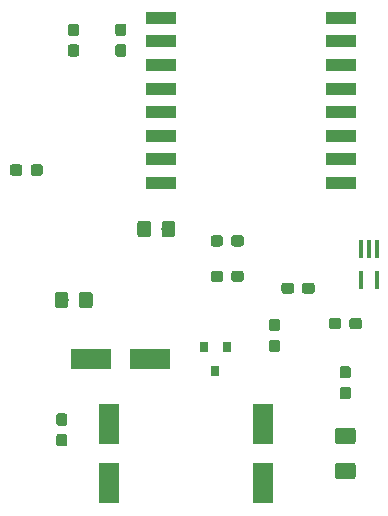
<source format=gbr>
G04 #@! TF.GenerationSoftware,KiCad,Pcbnew,(5.0.1)-4*
G04 #@! TF.CreationDate,2021-12-12T21:25:55+02:00*
G04 #@! TF.ProjectId,MagicLightsPCBNeo,4D616769634C69676874735043424E65,rev?*
G04 #@! TF.SameCoordinates,Original*
G04 #@! TF.FileFunction,Paste,Top*
G04 #@! TF.FilePolarity,Positive*
%FSLAX46Y46*%
G04 Gerber Fmt 4.6, Leading zero omitted, Abs format (unit mm)*
G04 Created by KiCad (PCBNEW (5.0.1)-4) date 2021-12-12 21:25:55*
%MOMM*%
%LPD*%
G01*
G04 APERTURE LIST*
%ADD10C,0.100000*%
%ADD11C,1.150000*%
%ADD12C,0.950000*%
%ADD13C,1.425000*%
%ADD14R,0.800000X0.900000*%
%ADD15R,0.400000X1.500000*%
%ADD16R,2.500000X1.000000*%
%ADD17R,1.800000X3.500000*%
%ADD18R,3.500000X1.800000*%
G04 APERTURE END LIST*
D10*
G04 #@! TO.C,C6*
G36*
X24374505Y-43301204D02*
X24398773Y-43304804D01*
X24422572Y-43310765D01*
X24445671Y-43319030D01*
X24467850Y-43329520D01*
X24488893Y-43342132D01*
X24508599Y-43356747D01*
X24526777Y-43373223D01*
X24543253Y-43391401D01*
X24557868Y-43411107D01*
X24570480Y-43432150D01*
X24580970Y-43454329D01*
X24589235Y-43477428D01*
X24595196Y-43501227D01*
X24598796Y-43525495D01*
X24600000Y-43549999D01*
X24600000Y-44450001D01*
X24598796Y-44474505D01*
X24595196Y-44498773D01*
X24589235Y-44522572D01*
X24580970Y-44545671D01*
X24570480Y-44567850D01*
X24557868Y-44588893D01*
X24543253Y-44608599D01*
X24526777Y-44626777D01*
X24508599Y-44643253D01*
X24488893Y-44657868D01*
X24467850Y-44670480D01*
X24445671Y-44680970D01*
X24422572Y-44689235D01*
X24398773Y-44695196D01*
X24374505Y-44698796D01*
X24350001Y-44700000D01*
X23699999Y-44700000D01*
X23675495Y-44698796D01*
X23651227Y-44695196D01*
X23627428Y-44689235D01*
X23604329Y-44680970D01*
X23582150Y-44670480D01*
X23561107Y-44657868D01*
X23541401Y-44643253D01*
X23523223Y-44626777D01*
X23506747Y-44608599D01*
X23492132Y-44588893D01*
X23479520Y-44567850D01*
X23469030Y-44545671D01*
X23460765Y-44522572D01*
X23454804Y-44498773D01*
X23451204Y-44474505D01*
X23450000Y-44450001D01*
X23450000Y-43549999D01*
X23451204Y-43525495D01*
X23454804Y-43501227D01*
X23460765Y-43477428D01*
X23469030Y-43454329D01*
X23479520Y-43432150D01*
X23492132Y-43411107D01*
X23506747Y-43391401D01*
X23523223Y-43373223D01*
X23541401Y-43356747D01*
X23561107Y-43342132D01*
X23582150Y-43329520D01*
X23604329Y-43319030D01*
X23627428Y-43310765D01*
X23651227Y-43304804D01*
X23675495Y-43301204D01*
X23699999Y-43300000D01*
X24350001Y-43300000D01*
X24374505Y-43301204D01*
X24374505Y-43301204D01*
G37*
D11*
X24025000Y-44000000D03*
D10*
G36*
X22324505Y-43301204D02*
X22348773Y-43304804D01*
X22372572Y-43310765D01*
X22395671Y-43319030D01*
X22417850Y-43329520D01*
X22438893Y-43342132D01*
X22458599Y-43356747D01*
X22476777Y-43373223D01*
X22493253Y-43391401D01*
X22507868Y-43411107D01*
X22520480Y-43432150D01*
X22530970Y-43454329D01*
X22539235Y-43477428D01*
X22545196Y-43501227D01*
X22548796Y-43525495D01*
X22550000Y-43549999D01*
X22550000Y-44450001D01*
X22548796Y-44474505D01*
X22545196Y-44498773D01*
X22539235Y-44522572D01*
X22530970Y-44545671D01*
X22520480Y-44567850D01*
X22507868Y-44588893D01*
X22493253Y-44608599D01*
X22476777Y-44626777D01*
X22458599Y-44643253D01*
X22438893Y-44657868D01*
X22417850Y-44670480D01*
X22395671Y-44680970D01*
X22372572Y-44689235D01*
X22348773Y-44695196D01*
X22324505Y-44698796D01*
X22300001Y-44700000D01*
X21649999Y-44700000D01*
X21625495Y-44698796D01*
X21601227Y-44695196D01*
X21577428Y-44689235D01*
X21554329Y-44680970D01*
X21532150Y-44670480D01*
X21511107Y-44657868D01*
X21491401Y-44643253D01*
X21473223Y-44626777D01*
X21456747Y-44608599D01*
X21442132Y-44588893D01*
X21429520Y-44567850D01*
X21419030Y-44545671D01*
X21410765Y-44522572D01*
X21404804Y-44498773D01*
X21401204Y-44474505D01*
X21400000Y-44450001D01*
X21400000Y-43549999D01*
X21401204Y-43525495D01*
X21404804Y-43501227D01*
X21410765Y-43477428D01*
X21419030Y-43454329D01*
X21429520Y-43432150D01*
X21442132Y-43411107D01*
X21456747Y-43391401D01*
X21473223Y-43373223D01*
X21491401Y-43356747D01*
X21511107Y-43342132D01*
X21532150Y-43329520D01*
X21554329Y-43319030D01*
X21577428Y-43310765D01*
X21601227Y-43304804D01*
X21625495Y-43301204D01*
X21649999Y-43300000D01*
X22300001Y-43300000D01*
X22324505Y-43301204D01*
X22324505Y-43301204D01*
G37*
D11*
X21975000Y-44000000D03*
G04 #@! TD*
D10*
G04 #@! TO.C,R1*
G36*
X37185779Y-41526144D02*
X37208834Y-41529563D01*
X37231443Y-41535227D01*
X37253387Y-41543079D01*
X37274457Y-41553044D01*
X37294448Y-41565026D01*
X37313168Y-41578910D01*
X37330438Y-41594562D01*
X37346090Y-41611832D01*
X37359974Y-41630552D01*
X37371956Y-41650543D01*
X37381921Y-41671613D01*
X37389773Y-41693557D01*
X37395437Y-41716166D01*
X37398856Y-41739221D01*
X37400000Y-41762500D01*
X37400000Y-42237500D01*
X37398856Y-42260779D01*
X37395437Y-42283834D01*
X37389773Y-42306443D01*
X37381921Y-42328387D01*
X37371956Y-42349457D01*
X37359974Y-42369448D01*
X37346090Y-42388168D01*
X37330438Y-42405438D01*
X37313168Y-42421090D01*
X37294448Y-42434974D01*
X37274457Y-42446956D01*
X37253387Y-42456921D01*
X37231443Y-42464773D01*
X37208834Y-42470437D01*
X37185779Y-42473856D01*
X37162500Y-42475000D01*
X36587500Y-42475000D01*
X36564221Y-42473856D01*
X36541166Y-42470437D01*
X36518557Y-42464773D01*
X36496613Y-42456921D01*
X36475543Y-42446956D01*
X36455552Y-42434974D01*
X36436832Y-42421090D01*
X36419562Y-42405438D01*
X36403910Y-42388168D01*
X36390026Y-42369448D01*
X36378044Y-42349457D01*
X36368079Y-42328387D01*
X36360227Y-42306443D01*
X36354563Y-42283834D01*
X36351144Y-42260779D01*
X36350000Y-42237500D01*
X36350000Y-41762500D01*
X36351144Y-41739221D01*
X36354563Y-41716166D01*
X36360227Y-41693557D01*
X36368079Y-41671613D01*
X36378044Y-41650543D01*
X36390026Y-41630552D01*
X36403910Y-41611832D01*
X36419562Y-41594562D01*
X36436832Y-41578910D01*
X36455552Y-41565026D01*
X36475543Y-41553044D01*
X36496613Y-41543079D01*
X36518557Y-41535227D01*
X36541166Y-41529563D01*
X36564221Y-41526144D01*
X36587500Y-41525000D01*
X37162500Y-41525000D01*
X37185779Y-41526144D01*
X37185779Y-41526144D01*
G37*
D12*
X36875000Y-42000000D03*
D10*
G36*
X35435779Y-41526144D02*
X35458834Y-41529563D01*
X35481443Y-41535227D01*
X35503387Y-41543079D01*
X35524457Y-41553044D01*
X35544448Y-41565026D01*
X35563168Y-41578910D01*
X35580438Y-41594562D01*
X35596090Y-41611832D01*
X35609974Y-41630552D01*
X35621956Y-41650543D01*
X35631921Y-41671613D01*
X35639773Y-41693557D01*
X35645437Y-41716166D01*
X35648856Y-41739221D01*
X35650000Y-41762500D01*
X35650000Y-42237500D01*
X35648856Y-42260779D01*
X35645437Y-42283834D01*
X35639773Y-42306443D01*
X35631921Y-42328387D01*
X35621956Y-42349457D01*
X35609974Y-42369448D01*
X35596090Y-42388168D01*
X35580438Y-42405438D01*
X35563168Y-42421090D01*
X35544448Y-42434974D01*
X35524457Y-42446956D01*
X35503387Y-42456921D01*
X35481443Y-42464773D01*
X35458834Y-42470437D01*
X35435779Y-42473856D01*
X35412500Y-42475000D01*
X34837500Y-42475000D01*
X34814221Y-42473856D01*
X34791166Y-42470437D01*
X34768557Y-42464773D01*
X34746613Y-42456921D01*
X34725543Y-42446956D01*
X34705552Y-42434974D01*
X34686832Y-42421090D01*
X34669562Y-42405438D01*
X34653910Y-42388168D01*
X34640026Y-42369448D01*
X34628044Y-42349457D01*
X34618079Y-42328387D01*
X34610227Y-42306443D01*
X34604563Y-42283834D01*
X34601144Y-42260779D01*
X34600000Y-42237500D01*
X34600000Y-41762500D01*
X34601144Y-41739221D01*
X34604563Y-41716166D01*
X34610227Y-41693557D01*
X34618079Y-41671613D01*
X34628044Y-41650543D01*
X34640026Y-41630552D01*
X34653910Y-41611832D01*
X34669562Y-41594562D01*
X34686832Y-41578910D01*
X34705552Y-41565026D01*
X34725543Y-41553044D01*
X34746613Y-41543079D01*
X34768557Y-41535227D01*
X34791166Y-41529563D01*
X34814221Y-41526144D01*
X34837500Y-41525000D01*
X35412500Y-41525000D01*
X35435779Y-41526144D01*
X35435779Y-41526144D01*
G37*
D12*
X35125000Y-42000000D03*
G04 #@! TD*
D10*
G04 #@! TO.C,R4*
G36*
X35435779Y-38526144D02*
X35458834Y-38529563D01*
X35481443Y-38535227D01*
X35503387Y-38543079D01*
X35524457Y-38553044D01*
X35544448Y-38565026D01*
X35563168Y-38578910D01*
X35580438Y-38594562D01*
X35596090Y-38611832D01*
X35609974Y-38630552D01*
X35621956Y-38650543D01*
X35631921Y-38671613D01*
X35639773Y-38693557D01*
X35645437Y-38716166D01*
X35648856Y-38739221D01*
X35650000Y-38762500D01*
X35650000Y-39237500D01*
X35648856Y-39260779D01*
X35645437Y-39283834D01*
X35639773Y-39306443D01*
X35631921Y-39328387D01*
X35621956Y-39349457D01*
X35609974Y-39369448D01*
X35596090Y-39388168D01*
X35580438Y-39405438D01*
X35563168Y-39421090D01*
X35544448Y-39434974D01*
X35524457Y-39446956D01*
X35503387Y-39456921D01*
X35481443Y-39464773D01*
X35458834Y-39470437D01*
X35435779Y-39473856D01*
X35412500Y-39475000D01*
X34837500Y-39475000D01*
X34814221Y-39473856D01*
X34791166Y-39470437D01*
X34768557Y-39464773D01*
X34746613Y-39456921D01*
X34725543Y-39446956D01*
X34705552Y-39434974D01*
X34686832Y-39421090D01*
X34669562Y-39405438D01*
X34653910Y-39388168D01*
X34640026Y-39369448D01*
X34628044Y-39349457D01*
X34618079Y-39328387D01*
X34610227Y-39306443D01*
X34604563Y-39283834D01*
X34601144Y-39260779D01*
X34600000Y-39237500D01*
X34600000Y-38762500D01*
X34601144Y-38739221D01*
X34604563Y-38716166D01*
X34610227Y-38693557D01*
X34618079Y-38671613D01*
X34628044Y-38650543D01*
X34640026Y-38630552D01*
X34653910Y-38611832D01*
X34669562Y-38594562D01*
X34686832Y-38578910D01*
X34705552Y-38565026D01*
X34725543Y-38553044D01*
X34746613Y-38543079D01*
X34768557Y-38535227D01*
X34791166Y-38529563D01*
X34814221Y-38526144D01*
X34837500Y-38525000D01*
X35412500Y-38525000D01*
X35435779Y-38526144D01*
X35435779Y-38526144D01*
G37*
D12*
X35125000Y-39000000D03*
D10*
G36*
X37185779Y-38526144D02*
X37208834Y-38529563D01*
X37231443Y-38535227D01*
X37253387Y-38543079D01*
X37274457Y-38553044D01*
X37294448Y-38565026D01*
X37313168Y-38578910D01*
X37330438Y-38594562D01*
X37346090Y-38611832D01*
X37359974Y-38630552D01*
X37371956Y-38650543D01*
X37381921Y-38671613D01*
X37389773Y-38693557D01*
X37395437Y-38716166D01*
X37398856Y-38739221D01*
X37400000Y-38762500D01*
X37400000Y-39237500D01*
X37398856Y-39260779D01*
X37395437Y-39283834D01*
X37389773Y-39306443D01*
X37381921Y-39328387D01*
X37371956Y-39349457D01*
X37359974Y-39369448D01*
X37346090Y-39388168D01*
X37330438Y-39405438D01*
X37313168Y-39421090D01*
X37294448Y-39434974D01*
X37274457Y-39446956D01*
X37253387Y-39456921D01*
X37231443Y-39464773D01*
X37208834Y-39470437D01*
X37185779Y-39473856D01*
X37162500Y-39475000D01*
X36587500Y-39475000D01*
X36564221Y-39473856D01*
X36541166Y-39470437D01*
X36518557Y-39464773D01*
X36496613Y-39456921D01*
X36475543Y-39446956D01*
X36455552Y-39434974D01*
X36436832Y-39421090D01*
X36419562Y-39405438D01*
X36403910Y-39388168D01*
X36390026Y-39369448D01*
X36378044Y-39349457D01*
X36368079Y-39328387D01*
X36360227Y-39306443D01*
X36354563Y-39283834D01*
X36351144Y-39260779D01*
X36350000Y-39237500D01*
X36350000Y-38762500D01*
X36351144Y-38739221D01*
X36354563Y-38716166D01*
X36360227Y-38693557D01*
X36368079Y-38671613D01*
X36378044Y-38650543D01*
X36390026Y-38630552D01*
X36403910Y-38611832D01*
X36419562Y-38594562D01*
X36436832Y-38578910D01*
X36455552Y-38565026D01*
X36475543Y-38553044D01*
X36496613Y-38543079D01*
X36518557Y-38535227D01*
X36541166Y-38529563D01*
X36564221Y-38526144D01*
X36587500Y-38525000D01*
X37162500Y-38525000D01*
X37185779Y-38526144D01*
X37185779Y-38526144D01*
G37*
D12*
X36875000Y-39000000D03*
G04 #@! TD*
D10*
G04 #@! TO.C,C1*
G36*
X46649504Y-54801204D02*
X46673773Y-54804804D01*
X46697571Y-54810765D01*
X46720671Y-54819030D01*
X46742849Y-54829520D01*
X46763893Y-54842133D01*
X46783598Y-54856747D01*
X46801777Y-54873223D01*
X46818253Y-54891402D01*
X46832867Y-54911107D01*
X46845480Y-54932151D01*
X46855970Y-54954329D01*
X46864235Y-54977429D01*
X46870196Y-55001227D01*
X46873796Y-55025496D01*
X46875000Y-55050000D01*
X46875000Y-55975000D01*
X46873796Y-55999504D01*
X46870196Y-56023773D01*
X46864235Y-56047571D01*
X46855970Y-56070671D01*
X46845480Y-56092849D01*
X46832867Y-56113893D01*
X46818253Y-56133598D01*
X46801777Y-56151777D01*
X46783598Y-56168253D01*
X46763893Y-56182867D01*
X46742849Y-56195480D01*
X46720671Y-56205970D01*
X46697571Y-56214235D01*
X46673773Y-56220196D01*
X46649504Y-56223796D01*
X46625000Y-56225000D01*
X45375000Y-56225000D01*
X45350496Y-56223796D01*
X45326227Y-56220196D01*
X45302429Y-56214235D01*
X45279329Y-56205970D01*
X45257151Y-56195480D01*
X45236107Y-56182867D01*
X45216402Y-56168253D01*
X45198223Y-56151777D01*
X45181747Y-56133598D01*
X45167133Y-56113893D01*
X45154520Y-56092849D01*
X45144030Y-56070671D01*
X45135765Y-56047571D01*
X45129804Y-56023773D01*
X45126204Y-55999504D01*
X45125000Y-55975000D01*
X45125000Y-55050000D01*
X45126204Y-55025496D01*
X45129804Y-55001227D01*
X45135765Y-54977429D01*
X45144030Y-54954329D01*
X45154520Y-54932151D01*
X45167133Y-54911107D01*
X45181747Y-54891402D01*
X45198223Y-54873223D01*
X45216402Y-54856747D01*
X45236107Y-54842133D01*
X45257151Y-54829520D01*
X45279329Y-54819030D01*
X45302429Y-54810765D01*
X45326227Y-54804804D01*
X45350496Y-54801204D01*
X45375000Y-54800000D01*
X46625000Y-54800000D01*
X46649504Y-54801204D01*
X46649504Y-54801204D01*
G37*
D13*
X46000000Y-55512500D03*
D10*
G36*
X46649504Y-57776204D02*
X46673773Y-57779804D01*
X46697571Y-57785765D01*
X46720671Y-57794030D01*
X46742849Y-57804520D01*
X46763893Y-57817133D01*
X46783598Y-57831747D01*
X46801777Y-57848223D01*
X46818253Y-57866402D01*
X46832867Y-57886107D01*
X46845480Y-57907151D01*
X46855970Y-57929329D01*
X46864235Y-57952429D01*
X46870196Y-57976227D01*
X46873796Y-58000496D01*
X46875000Y-58025000D01*
X46875000Y-58950000D01*
X46873796Y-58974504D01*
X46870196Y-58998773D01*
X46864235Y-59022571D01*
X46855970Y-59045671D01*
X46845480Y-59067849D01*
X46832867Y-59088893D01*
X46818253Y-59108598D01*
X46801777Y-59126777D01*
X46783598Y-59143253D01*
X46763893Y-59157867D01*
X46742849Y-59170480D01*
X46720671Y-59180970D01*
X46697571Y-59189235D01*
X46673773Y-59195196D01*
X46649504Y-59198796D01*
X46625000Y-59200000D01*
X45375000Y-59200000D01*
X45350496Y-59198796D01*
X45326227Y-59195196D01*
X45302429Y-59189235D01*
X45279329Y-59180970D01*
X45257151Y-59170480D01*
X45236107Y-59157867D01*
X45216402Y-59143253D01*
X45198223Y-59126777D01*
X45181747Y-59108598D01*
X45167133Y-59088893D01*
X45154520Y-59067849D01*
X45144030Y-59045671D01*
X45135765Y-59022571D01*
X45129804Y-58998773D01*
X45126204Y-58974504D01*
X45125000Y-58950000D01*
X45125000Y-58025000D01*
X45126204Y-58000496D01*
X45129804Y-57976227D01*
X45135765Y-57952429D01*
X45144030Y-57929329D01*
X45154520Y-57907151D01*
X45167133Y-57886107D01*
X45181747Y-57866402D01*
X45198223Y-57848223D01*
X45216402Y-57831747D01*
X45236107Y-57817133D01*
X45257151Y-57804520D01*
X45279329Y-57794030D01*
X45302429Y-57785765D01*
X45326227Y-57779804D01*
X45350496Y-57776204D01*
X45375000Y-57775000D01*
X46625000Y-57775000D01*
X46649504Y-57776204D01*
X46649504Y-57776204D01*
G37*
D13*
X46000000Y-58487500D03*
G04 #@! TD*
D10*
G04 #@! TO.C,C3*
G36*
X29324505Y-37301204D02*
X29348773Y-37304804D01*
X29372572Y-37310765D01*
X29395671Y-37319030D01*
X29417850Y-37329520D01*
X29438893Y-37342132D01*
X29458599Y-37356747D01*
X29476777Y-37373223D01*
X29493253Y-37391401D01*
X29507868Y-37411107D01*
X29520480Y-37432150D01*
X29530970Y-37454329D01*
X29539235Y-37477428D01*
X29545196Y-37501227D01*
X29548796Y-37525495D01*
X29550000Y-37549999D01*
X29550000Y-38450001D01*
X29548796Y-38474505D01*
X29545196Y-38498773D01*
X29539235Y-38522572D01*
X29530970Y-38545671D01*
X29520480Y-38567850D01*
X29507868Y-38588893D01*
X29493253Y-38608599D01*
X29476777Y-38626777D01*
X29458599Y-38643253D01*
X29438893Y-38657868D01*
X29417850Y-38670480D01*
X29395671Y-38680970D01*
X29372572Y-38689235D01*
X29348773Y-38695196D01*
X29324505Y-38698796D01*
X29300001Y-38700000D01*
X28649999Y-38700000D01*
X28625495Y-38698796D01*
X28601227Y-38695196D01*
X28577428Y-38689235D01*
X28554329Y-38680970D01*
X28532150Y-38670480D01*
X28511107Y-38657868D01*
X28491401Y-38643253D01*
X28473223Y-38626777D01*
X28456747Y-38608599D01*
X28442132Y-38588893D01*
X28429520Y-38567850D01*
X28419030Y-38545671D01*
X28410765Y-38522572D01*
X28404804Y-38498773D01*
X28401204Y-38474505D01*
X28400000Y-38450001D01*
X28400000Y-37549999D01*
X28401204Y-37525495D01*
X28404804Y-37501227D01*
X28410765Y-37477428D01*
X28419030Y-37454329D01*
X28429520Y-37432150D01*
X28442132Y-37411107D01*
X28456747Y-37391401D01*
X28473223Y-37373223D01*
X28491401Y-37356747D01*
X28511107Y-37342132D01*
X28532150Y-37329520D01*
X28554329Y-37319030D01*
X28577428Y-37310765D01*
X28601227Y-37304804D01*
X28625495Y-37301204D01*
X28649999Y-37300000D01*
X29300001Y-37300000D01*
X29324505Y-37301204D01*
X29324505Y-37301204D01*
G37*
D11*
X28975000Y-38000000D03*
D10*
G36*
X31374505Y-37301204D02*
X31398773Y-37304804D01*
X31422572Y-37310765D01*
X31445671Y-37319030D01*
X31467850Y-37329520D01*
X31488893Y-37342132D01*
X31508599Y-37356747D01*
X31526777Y-37373223D01*
X31543253Y-37391401D01*
X31557868Y-37411107D01*
X31570480Y-37432150D01*
X31580970Y-37454329D01*
X31589235Y-37477428D01*
X31595196Y-37501227D01*
X31598796Y-37525495D01*
X31600000Y-37549999D01*
X31600000Y-38450001D01*
X31598796Y-38474505D01*
X31595196Y-38498773D01*
X31589235Y-38522572D01*
X31580970Y-38545671D01*
X31570480Y-38567850D01*
X31557868Y-38588893D01*
X31543253Y-38608599D01*
X31526777Y-38626777D01*
X31508599Y-38643253D01*
X31488893Y-38657868D01*
X31467850Y-38670480D01*
X31445671Y-38680970D01*
X31422572Y-38689235D01*
X31398773Y-38695196D01*
X31374505Y-38698796D01*
X31350001Y-38700000D01*
X30699999Y-38700000D01*
X30675495Y-38698796D01*
X30651227Y-38695196D01*
X30627428Y-38689235D01*
X30604329Y-38680970D01*
X30582150Y-38670480D01*
X30561107Y-38657868D01*
X30541401Y-38643253D01*
X30523223Y-38626777D01*
X30506747Y-38608599D01*
X30492132Y-38588893D01*
X30479520Y-38567850D01*
X30469030Y-38545671D01*
X30460765Y-38522572D01*
X30454804Y-38498773D01*
X30451204Y-38474505D01*
X30450000Y-38450001D01*
X30450000Y-37549999D01*
X30451204Y-37525495D01*
X30454804Y-37501227D01*
X30460765Y-37477428D01*
X30469030Y-37454329D01*
X30479520Y-37432150D01*
X30492132Y-37411107D01*
X30506747Y-37391401D01*
X30523223Y-37373223D01*
X30541401Y-37356747D01*
X30561107Y-37342132D01*
X30582150Y-37329520D01*
X30604329Y-37319030D01*
X30627428Y-37310765D01*
X30651227Y-37304804D01*
X30675495Y-37301204D01*
X30699999Y-37300000D01*
X31350001Y-37300000D01*
X31374505Y-37301204D01*
X31374505Y-37301204D01*
G37*
D11*
X31025000Y-38000000D03*
G04 #@! TD*
D14*
G04 #@! TO.C,Q2*
X35950000Y-48000000D03*
X34050000Y-48000000D03*
X35000000Y-50000000D03*
G04 #@! TD*
D10*
G04 #@! TO.C,R2*
G36*
X47185779Y-45526144D02*
X47208834Y-45529563D01*
X47231443Y-45535227D01*
X47253387Y-45543079D01*
X47274457Y-45553044D01*
X47294448Y-45565026D01*
X47313168Y-45578910D01*
X47330438Y-45594562D01*
X47346090Y-45611832D01*
X47359974Y-45630552D01*
X47371956Y-45650543D01*
X47381921Y-45671613D01*
X47389773Y-45693557D01*
X47395437Y-45716166D01*
X47398856Y-45739221D01*
X47400000Y-45762500D01*
X47400000Y-46237500D01*
X47398856Y-46260779D01*
X47395437Y-46283834D01*
X47389773Y-46306443D01*
X47381921Y-46328387D01*
X47371956Y-46349457D01*
X47359974Y-46369448D01*
X47346090Y-46388168D01*
X47330438Y-46405438D01*
X47313168Y-46421090D01*
X47294448Y-46434974D01*
X47274457Y-46446956D01*
X47253387Y-46456921D01*
X47231443Y-46464773D01*
X47208834Y-46470437D01*
X47185779Y-46473856D01*
X47162500Y-46475000D01*
X46587500Y-46475000D01*
X46564221Y-46473856D01*
X46541166Y-46470437D01*
X46518557Y-46464773D01*
X46496613Y-46456921D01*
X46475543Y-46446956D01*
X46455552Y-46434974D01*
X46436832Y-46421090D01*
X46419562Y-46405438D01*
X46403910Y-46388168D01*
X46390026Y-46369448D01*
X46378044Y-46349457D01*
X46368079Y-46328387D01*
X46360227Y-46306443D01*
X46354563Y-46283834D01*
X46351144Y-46260779D01*
X46350000Y-46237500D01*
X46350000Y-45762500D01*
X46351144Y-45739221D01*
X46354563Y-45716166D01*
X46360227Y-45693557D01*
X46368079Y-45671613D01*
X46378044Y-45650543D01*
X46390026Y-45630552D01*
X46403910Y-45611832D01*
X46419562Y-45594562D01*
X46436832Y-45578910D01*
X46455552Y-45565026D01*
X46475543Y-45553044D01*
X46496613Y-45543079D01*
X46518557Y-45535227D01*
X46541166Y-45529563D01*
X46564221Y-45526144D01*
X46587500Y-45525000D01*
X47162500Y-45525000D01*
X47185779Y-45526144D01*
X47185779Y-45526144D01*
G37*
D12*
X46875000Y-46000000D03*
D10*
G36*
X45435779Y-45526144D02*
X45458834Y-45529563D01*
X45481443Y-45535227D01*
X45503387Y-45543079D01*
X45524457Y-45553044D01*
X45544448Y-45565026D01*
X45563168Y-45578910D01*
X45580438Y-45594562D01*
X45596090Y-45611832D01*
X45609974Y-45630552D01*
X45621956Y-45650543D01*
X45631921Y-45671613D01*
X45639773Y-45693557D01*
X45645437Y-45716166D01*
X45648856Y-45739221D01*
X45650000Y-45762500D01*
X45650000Y-46237500D01*
X45648856Y-46260779D01*
X45645437Y-46283834D01*
X45639773Y-46306443D01*
X45631921Y-46328387D01*
X45621956Y-46349457D01*
X45609974Y-46369448D01*
X45596090Y-46388168D01*
X45580438Y-46405438D01*
X45563168Y-46421090D01*
X45544448Y-46434974D01*
X45524457Y-46446956D01*
X45503387Y-46456921D01*
X45481443Y-46464773D01*
X45458834Y-46470437D01*
X45435779Y-46473856D01*
X45412500Y-46475000D01*
X44837500Y-46475000D01*
X44814221Y-46473856D01*
X44791166Y-46470437D01*
X44768557Y-46464773D01*
X44746613Y-46456921D01*
X44725543Y-46446956D01*
X44705552Y-46434974D01*
X44686832Y-46421090D01*
X44669562Y-46405438D01*
X44653910Y-46388168D01*
X44640026Y-46369448D01*
X44628044Y-46349457D01*
X44618079Y-46328387D01*
X44610227Y-46306443D01*
X44604563Y-46283834D01*
X44601144Y-46260779D01*
X44600000Y-46237500D01*
X44600000Y-45762500D01*
X44601144Y-45739221D01*
X44604563Y-45716166D01*
X44610227Y-45693557D01*
X44618079Y-45671613D01*
X44628044Y-45650543D01*
X44640026Y-45630552D01*
X44653910Y-45611832D01*
X44669562Y-45594562D01*
X44686832Y-45578910D01*
X44705552Y-45565026D01*
X44725543Y-45553044D01*
X44746613Y-45543079D01*
X44768557Y-45535227D01*
X44791166Y-45529563D01*
X44814221Y-45526144D01*
X44837500Y-45525000D01*
X45412500Y-45525000D01*
X45435779Y-45526144D01*
X45435779Y-45526144D01*
G37*
D12*
X45125000Y-46000000D03*
G04 #@! TD*
D10*
G04 #@! TO.C,R3*
G36*
X27260779Y-22351144D02*
X27283834Y-22354563D01*
X27306443Y-22360227D01*
X27328387Y-22368079D01*
X27349457Y-22378044D01*
X27369448Y-22390026D01*
X27388168Y-22403910D01*
X27405438Y-22419562D01*
X27421090Y-22436832D01*
X27434974Y-22455552D01*
X27446956Y-22475543D01*
X27456921Y-22496613D01*
X27464773Y-22518557D01*
X27470437Y-22541166D01*
X27473856Y-22564221D01*
X27475000Y-22587500D01*
X27475000Y-23162500D01*
X27473856Y-23185779D01*
X27470437Y-23208834D01*
X27464773Y-23231443D01*
X27456921Y-23253387D01*
X27446956Y-23274457D01*
X27434974Y-23294448D01*
X27421090Y-23313168D01*
X27405438Y-23330438D01*
X27388168Y-23346090D01*
X27369448Y-23359974D01*
X27349457Y-23371956D01*
X27328387Y-23381921D01*
X27306443Y-23389773D01*
X27283834Y-23395437D01*
X27260779Y-23398856D01*
X27237500Y-23400000D01*
X26762500Y-23400000D01*
X26739221Y-23398856D01*
X26716166Y-23395437D01*
X26693557Y-23389773D01*
X26671613Y-23381921D01*
X26650543Y-23371956D01*
X26630552Y-23359974D01*
X26611832Y-23346090D01*
X26594562Y-23330438D01*
X26578910Y-23313168D01*
X26565026Y-23294448D01*
X26553044Y-23274457D01*
X26543079Y-23253387D01*
X26535227Y-23231443D01*
X26529563Y-23208834D01*
X26526144Y-23185779D01*
X26525000Y-23162500D01*
X26525000Y-22587500D01*
X26526144Y-22564221D01*
X26529563Y-22541166D01*
X26535227Y-22518557D01*
X26543079Y-22496613D01*
X26553044Y-22475543D01*
X26565026Y-22455552D01*
X26578910Y-22436832D01*
X26594562Y-22419562D01*
X26611832Y-22403910D01*
X26630552Y-22390026D01*
X26650543Y-22378044D01*
X26671613Y-22368079D01*
X26693557Y-22360227D01*
X26716166Y-22354563D01*
X26739221Y-22351144D01*
X26762500Y-22350000D01*
X27237500Y-22350000D01*
X27260779Y-22351144D01*
X27260779Y-22351144D01*
G37*
D12*
X27000000Y-22875000D03*
D10*
G36*
X27260779Y-20601144D02*
X27283834Y-20604563D01*
X27306443Y-20610227D01*
X27328387Y-20618079D01*
X27349457Y-20628044D01*
X27369448Y-20640026D01*
X27388168Y-20653910D01*
X27405438Y-20669562D01*
X27421090Y-20686832D01*
X27434974Y-20705552D01*
X27446956Y-20725543D01*
X27456921Y-20746613D01*
X27464773Y-20768557D01*
X27470437Y-20791166D01*
X27473856Y-20814221D01*
X27475000Y-20837500D01*
X27475000Y-21412500D01*
X27473856Y-21435779D01*
X27470437Y-21458834D01*
X27464773Y-21481443D01*
X27456921Y-21503387D01*
X27446956Y-21524457D01*
X27434974Y-21544448D01*
X27421090Y-21563168D01*
X27405438Y-21580438D01*
X27388168Y-21596090D01*
X27369448Y-21609974D01*
X27349457Y-21621956D01*
X27328387Y-21631921D01*
X27306443Y-21639773D01*
X27283834Y-21645437D01*
X27260779Y-21648856D01*
X27237500Y-21650000D01*
X26762500Y-21650000D01*
X26739221Y-21648856D01*
X26716166Y-21645437D01*
X26693557Y-21639773D01*
X26671613Y-21631921D01*
X26650543Y-21621956D01*
X26630552Y-21609974D01*
X26611832Y-21596090D01*
X26594562Y-21580438D01*
X26578910Y-21563168D01*
X26565026Y-21544448D01*
X26553044Y-21524457D01*
X26543079Y-21503387D01*
X26535227Y-21481443D01*
X26529563Y-21458834D01*
X26526144Y-21435779D01*
X26525000Y-21412500D01*
X26525000Y-20837500D01*
X26526144Y-20814221D01*
X26529563Y-20791166D01*
X26535227Y-20768557D01*
X26543079Y-20746613D01*
X26553044Y-20725543D01*
X26565026Y-20705552D01*
X26578910Y-20686832D01*
X26594562Y-20669562D01*
X26611832Y-20653910D01*
X26630552Y-20640026D01*
X26650543Y-20628044D01*
X26671613Y-20618079D01*
X26693557Y-20610227D01*
X26716166Y-20604563D01*
X26739221Y-20601144D01*
X26762500Y-20600000D01*
X27237500Y-20600000D01*
X27260779Y-20601144D01*
X27260779Y-20601144D01*
G37*
D12*
X27000000Y-21125000D03*
G04 #@! TD*
D10*
G04 #@! TO.C,R5*
G36*
X23260779Y-22351144D02*
X23283834Y-22354563D01*
X23306443Y-22360227D01*
X23328387Y-22368079D01*
X23349457Y-22378044D01*
X23369448Y-22390026D01*
X23388168Y-22403910D01*
X23405438Y-22419562D01*
X23421090Y-22436832D01*
X23434974Y-22455552D01*
X23446956Y-22475543D01*
X23456921Y-22496613D01*
X23464773Y-22518557D01*
X23470437Y-22541166D01*
X23473856Y-22564221D01*
X23475000Y-22587500D01*
X23475000Y-23162500D01*
X23473856Y-23185779D01*
X23470437Y-23208834D01*
X23464773Y-23231443D01*
X23456921Y-23253387D01*
X23446956Y-23274457D01*
X23434974Y-23294448D01*
X23421090Y-23313168D01*
X23405438Y-23330438D01*
X23388168Y-23346090D01*
X23369448Y-23359974D01*
X23349457Y-23371956D01*
X23328387Y-23381921D01*
X23306443Y-23389773D01*
X23283834Y-23395437D01*
X23260779Y-23398856D01*
X23237500Y-23400000D01*
X22762500Y-23400000D01*
X22739221Y-23398856D01*
X22716166Y-23395437D01*
X22693557Y-23389773D01*
X22671613Y-23381921D01*
X22650543Y-23371956D01*
X22630552Y-23359974D01*
X22611832Y-23346090D01*
X22594562Y-23330438D01*
X22578910Y-23313168D01*
X22565026Y-23294448D01*
X22553044Y-23274457D01*
X22543079Y-23253387D01*
X22535227Y-23231443D01*
X22529563Y-23208834D01*
X22526144Y-23185779D01*
X22525000Y-23162500D01*
X22525000Y-22587500D01*
X22526144Y-22564221D01*
X22529563Y-22541166D01*
X22535227Y-22518557D01*
X22543079Y-22496613D01*
X22553044Y-22475543D01*
X22565026Y-22455552D01*
X22578910Y-22436832D01*
X22594562Y-22419562D01*
X22611832Y-22403910D01*
X22630552Y-22390026D01*
X22650543Y-22378044D01*
X22671613Y-22368079D01*
X22693557Y-22360227D01*
X22716166Y-22354563D01*
X22739221Y-22351144D01*
X22762500Y-22350000D01*
X23237500Y-22350000D01*
X23260779Y-22351144D01*
X23260779Y-22351144D01*
G37*
D12*
X23000000Y-22875000D03*
D10*
G36*
X23260779Y-20601144D02*
X23283834Y-20604563D01*
X23306443Y-20610227D01*
X23328387Y-20618079D01*
X23349457Y-20628044D01*
X23369448Y-20640026D01*
X23388168Y-20653910D01*
X23405438Y-20669562D01*
X23421090Y-20686832D01*
X23434974Y-20705552D01*
X23446956Y-20725543D01*
X23456921Y-20746613D01*
X23464773Y-20768557D01*
X23470437Y-20791166D01*
X23473856Y-20814221D01*
X23475000Y-20837500D01*
X23475000Y-21412500D01*
X23473856Y-21435779D01*
X23470437Y-21458834D01*
X23464773Y-21481443D01*
X23456921Y-21503387D01*
X23446956Y-21524457D01*
X23434974Y-21544448D01*
X23421090Y-21563168D01*
X23405438Y-21580438D01*
X23388168Y-21596090D01*
X23369448Y-21609974D01*
X23349457Y-21621956D01*
X23328387Y-21631921D01*
X23306443Y-21639773D01*
X23283834Y-21645437D01*
X23260779Y-21648856D01*
X23237500Y-21650000D01*
X22762500Y-21650000D01*
X22739221Y-21648856D01*
X22716166Y-21645437D01*
X22693557Y-21639773D01*
X22671613Y-21631921D01*
X22650543Y-21621956D01*
X22630552Y-21609974D01*
X22611832Y-21596090D01*
X22594562Y-21580438D01*
X22578910Y-21563168D01*
X22565026Y-21544448D01*
X22553044Y-21524457D01*
X22543079Y-21503387D01*
X22535227Y-21481443D01*
X22529563Y-21458834D01*
X22526144Y-21435779D01*
X22525000Y-21412500D01*
X22525000Y-20837500D01*
X22526144Y-20814221D01*
X22529563Y-20791166D01*
X22535227Y-20768557D01*
X22543079Y-20746613D01*
X22553044Y-20725543D01*
X22565026Y-20705552D01*
X22578910Y-20686832D01*
X22594562Y-20669562D01*
X22611832Y-20653910D01*
X22630552Y-20640026D01*
X22650543Y-20628044D01*
X22671613Y-20618079D01*
X22693557Y-20610227D01*
X22716166Y-20604563D01*
X22739221Y-20601144D01*
X22762500Y-20600000D01*
X23237500Y-20600000D01*
X23260779Y-20601144D01*
X23260779Y-20601144D01*
G37*
D12*
X23000000Y-21125000D03*
G04 #@! TD*
D10*
G04 #@! TO.C,R6*
G36*
X22260779Y-53601144D02*
X22283834Y-53604563D01*
X22306443Y-53610227D01*
X22328387Y-53618079D01*
X22349457Y-53628044D01*
X22369448Y-53640026D01*
X22388168Y-53653910D01*
X22405438Y-53669562D01*
X22421090Y-53686832D01*
X22434974Y-53705552D01*
X22446956Y-53725543D01*
X22456921Y-53746613D01*
X22464773Y-53768557D01*
X22470437Y-53791166D01*
X22473856Y-53814221D01*
X22475000Y-53837500D01*
X22475000Y-54412500D01*
X22473856Y-54435779D01*
X22470437Y-54458834D01*
X22464773Y-54481443D01*
X22456921Y-54503387D01*
X22446956Y-54524457D01*
X22434974Y-54544448D01*
X22421090Y-54563168D01*
X22405438Y-54580438D01*
X22388168Y-54596090D01*
X22369448Y-54609974D01*
X22349457Y-54621956D01*
X22328387Y-54631921D01*
X22306443Y-54639773D01*
X22283834Y-54645437D01*
X22260779Y-54648856D01*
X22237500Y-54650000D01*
X21762500Y-54650000D01*
X21739221Y-54648856D01*
X21716166Y-54645437D01*
X21693557Y-54639773D01*
X21671613Y-54631921D01*
X21650543Y-54621956D01*
X21630552Y-54609974D01*
X21611832Y-54596090D01*
X21594562Y-54580438D01*
X21578910Y-54563168D01*
X21565026Y-54544448D01*
X21553044Y-54524457D01*
X21543079Y-54503387D01*
X21535227Y-54481443D01*
X21529563Y-54458834D01*
X21526144Y-54435779D01*
X21525000Y-54412500D01*
X21525000Y-53837500D01*
X21526144Y-53814221D01*
X21529563Y-53791166D01*
X21535227Y-53768557D01*
X21543079Y-53746613D01*
X21553044Y-53725543D01*
X21565026Y-53705552D01*
X21578910Y-53686832D01*
X21594562Y-53669562D01*
X21611832Y-53653910D01*
X21630552Y-53640026D01*
X21650543Y-53628044D01*
X21671613Y-53618079D01*
X21693557Y-53610227D01*
X21716166Y-53604563D01*
X21739221Y-53601144D01*
X21762500Y-53600000D01*
X22237500Y-53600000D01*
X22260779Y-53601144D01*
X22260779Y-53601144D01*
G37*
D12*
X22000000Y-54125000D03*
D10*
G36*
X22260779Y-55351144D02*
X22283834Y-55354563D01*
X22306443Y-55360227D01*
X22328387Y-55368079D01*
X22349457Y-55378044D01*
X22369448Y-55390026D01*
X22388168Y-55403910D01*
X22405438Y-55419562D01*
X22421090Y-55436832D01*
X22434974Y-55455552D01*
X22446956Y-55475543D01*
X22456921Y-55496613D01*
X22464773Y-55518557D01*
X22470437Y-55541166D01*
X22473856Y-55564221D01*
X22475000Y-55587500D01*
X22475000Y-56162500D01*
X22473856Y-56185779D01*
X22470437Y-56208834D01*
X22464773Y-56231443D01*
X22456921Y-56253387D01*
X22446956Y-56274457D01*
X22434974Y-56294448D01*
X22421090Y-56313168D01*
X22405438Y-56330438D01*
X22388168Y-56346090D01*
X22369448Y-56359974D01*
X22349457Y-56371956D01*
X22328387Y-56381921D01*
X22306443Y-56389773D01*
X22283834Y-56395437D01*
X22260779Y-56398856D01*
X22237500Y-56400000D01*
X21762500Y-56400000D01*
X21739221Y-56398856D01*
X21716166Y-56395437D01*
X21693557Y-56389773D01*
X21671613Y-56381921D01*
X21650543Y-56371956D01*
X21630552Y-56359974D01*
X21611832Y-56346090D01*
X21594562Y-56330438D01*
X21578910Y-56313168D01*
X21565026Y-56294448D01*
X21553044Y-56274457D01*
X21543079Y-56253387D01*
X21535227Y-56231443D01*
X21529563Y-56208834D01*
X21526144Y-56185779D01*
X21525000Y-56162500D01*
X21525000Y-55587500D01*
X21526144Y-55564221D01*
X21529563Y-55541166D01*
X21535227Y-55518557D01*
X21543079Y-55496613D01*
X21553044Y-55475543D01*
X21565026Y-55455552D01*
X21578910Y-55436832D01*
X21594562Y-55419562D01*
X21611832Y-55403910D01*
X21630552Y-55390026D01*
X21650543Y-55378044D01*
X21671613Y-55368079D01*
X21693557Y-55360227D01*
X21716166Y-55354563D01*
X21739221Y-55351144D01*
X21762500Y-55350000D01*
X22237500Y-55350000D01*
X22260779Y-55351144D01*
X22260779Y-55351144D01*
G37*
D12*
X22000000Y-55875000D03*
G04 #@! TD*
D10*
G04 #@! TO.C,R7*
G36*
X40260779Y-47351144D02*
X40283834Y-47354563D01*
X40306443Y-47360227D01*
X40328387Y-47368079D01*
X40349457Y-47378044D01*
X40369448Y-47390026D01*
X40388168Y-47403910D01*
X40405438Y-47419562D01*
X40421090Y-47436832D01*
X40434974Y-47455552D01*
X40446956Y-47475543D01*
X40456921Y-47496613D01*
X40464773Y-47518557D01*
X40470437Y-47541166D01*
X40473856Y-47564221D01*
X40475000Y-47587500D01*
X40475000Y-48162500D01*
X40473856Y-48185779D01*
X40470437Y-48208834D01*
X40464773Y-48231443D01*
X40456921Y-48253387D01*
X40446956Y-48274457D01*
X40434974Y-48294448D01*
X40421090Y-48313168D01*
X40405438Y-48330438D01*
X40388168Y-48346090D01*
X40369448Y-48359974D01*
X40349457Y-48371956D01*
X40328387Y-48381921D01*
X40306443Y-48389773D01*
X40283834Y-48395437D01*
X40260779Y-48398856D01*
X40237500Y-48400000D01*
X39762500Y-48400000D01*
X39739221Y-48398856D01*
X39716166Y-48395437D01*
X39693557Y-48389773D01*
X39671613Y-48381921D01*
X39650543Y-48371956D01*
X39630552Y-48359974D01*
X39611832Y-48346090D01*
X39594562Y-48330438D01*
X39578910Y-48313168D01*
X39565026Y-48294448D01*
X39553044Y-48274457D01*
X39543079Y-48253387D01*
X39535227Y-48231443D01*
X39529563Y-48208834D01*
X39526144Y-48185779D01*
X39525000Y-48162500D01*
X39525000Y-47587500D01*
X39526144Y-47564221D01*
X39529563Y-47541166D01*
X39535227Y-47518557D01*
X39543079Y-47496613D01*
X39553044Y-47475543D01*
X39565026Y-47455552D01*
X39578910Y-47436832D01*
X39594562Y-47419562D01*
X39611832Y-47403910D01*
X39630552Y-47390026D01*
X39650543Y-47378044D01*
X39671613Y-47368079D01*
X39693557Y-47360227D01*
X39716166Y-47354563D01*
X39739221Y-47351144D01*
X39762500Y-47350000D01*
X40237500Y-47350000D01*
X40260779Y-47351144D01*
X40260779Y-47351144D01*
G37*
D12*
X40000000Y-47875000D03*
D10*
G36*
X40260779Y-45601144D02*
X40283834Y-45604563D01*
X40306443Y-45610227D01*
X40328387Y-45618079D01*
X40349457Y-45628044D01*
X40369448Y-45640026D01*
X40388168Y-45653910D01*
X40405438Y-45669562D01*
X40421090Y-45686832D01*
X40434974Y-45705552D01*
X40446956Y-45725543D01*
X40456921Y-45746613D01*
X40464773Y-45768557D01*
X40470437Y-45791166D01*
X40473856Y-45814221D01*
X40475000Y-45837500D01*
X40475000Y-46412500D01*
X40473856Y-46435779D01*
X40470437Y-46458834D01*
X40464773Y-46481443D01*
X40456921Y-46503387D01*
X40446956Y-46524457D01*
X40434974Y-46544448D01*
X40421090Y-46563168D01*
X40405438Y-46580438D01*
X40388168Y-46596090D01*
X40369448Y-46609974D01*
X40349457Y-46621956D01*
X40328387Y-46631921D01*
X40306443Y-46639773D01*
X40283834Y-46645437D01*
X40260779Y-46648856D01*
X40237500Y-46650000D01*
X39762500Y-46650000D01*
X39739221Y-46648856D01*
X39716166Y-46645437D01*
X39693557Y-46639773D01*
X39671613Y-46631921D01*
X39650543Y-46621956D01*
X39630552Y-46609974D01*
X39611832Y-46596090D01*
X39594562Y-46580438D01*
X39578910Y-46563168D01*
X39565026Y-46544448D01*
X39553044Y-46524457D01*
X39543079Y-46503387D01*
X39535227Y-46481443D01*
X39529563Y-46458834D01*
X39526144Y-46435779D01*
X39525000Y-46412500D01*
X39525000Y-45837500D01*
X39526144Y-45814221D01*
X39529563Y-45791166D01*
X39535227Y-45768557D01*
X39543079Y-45746613D01*
X39553044Y-45725543D01*
X39565026Y-45705552D01*
X39578910Y-45686832D01*
X39594562Y-45669562D01*
X39611832Y-45653910D01*
X39630552Y-45640026D01*
X39650543Y-45628044D01*
X39671613Y-45618079D01*
X39693557Y-45610227D01*
X39716166Y-45604563D01*
X39739221Y-45601144D01*
X39762500Y-45600000D01*
X40237500Y-45600000D01*
X40260779Y-45601144D01*
X40260779Y-45601144D01*
G37*
D12*
X40000000Y-46125000D03*
G04 #@! TD*
D10*
G04 #@! TO.C,R8*
G36*
X41435779Y-42526144D02*
X41458834Y-42529563D01*
X41481443Y-42535227D01*
X41503387Y-42543079D01*
X41524457Y-42553044D01*
X41544448Y-42565026D01*
X41563168Y-42578910D01*
X41580438Y-42594562D01*
X41596090Y-42611832D01*
X41609974Y-42630552D01*
X41621956Y-42650543D01*
X41631921Y-42671613D01*
X41639773Y-42693557D01*
X41645437Y-42716166D01*
X41648856Y-42739221D01*
X41650000Y-42762500D01*
X41650000Y-43237500D01*
X41648856Y-43260779D01*
X41645437Y-43283834D01*
X41639773Y-43306443D01*
X41631921Y-43328387D01*
X41621956Y-43349457D01*
X41609974Y-43369448D01*
X41596090Y-43388168D01*
X41580438Y-43405438D01*
X41563168Y-43421090D01*
X41544448Y-43434974D01*
X41524457Y-43446956D01*
X41503387Y-43456921D01*
X41481443Y-43464773D01*
X41458834Y-43470437D01*
X41435779Y-43473856D01*
X41412500Y-43475000D01*
X40837500Y-43475000D01*
X40814221Y-43473856D01*
X40791166Y-43470437D01*
X40768557Y-43464773D01*
X40746613Y-43456921D01*
X40725543Y-43446956D01*
X40705552Y-43434974D01*
X40686832Y-43421090D01*
X40669562Y-43405438D01*
X40653910Y-43388168D01*
X40640026Y-43369448D01*
X40628044Y-43349457D01*
X40618079Y-43328387D01*
X40610227Y-43306443D01*
X40604563Y-43283834D01*
X40601144Y-43260779D01*
X40600000Y-43237500D01*
X40600000Y-42762500D01*
X40601144Y-42739221D01*
X40604563Y-42716166D01*
X40610227Y-42693557D01*
X40618079Y-42671613D01*
X40628044Y-42650543D01*
X40640026Y-42630552D01*
X40653910Y-42611832D01*
X40669562Y-42594562D01*
X40686832Y-42578910D01*
X40705552Y-42565026D01*
X40725543Y-42553044D01*
X40746613Y-42543079D01*
X40768557Y-42535227D01*
X40791166Y-42529563D01*
X40814221Y-42526144D01*
X40837500Y-42525000D01*
X41412500Y-42525000D01*
X41435779Y-42526144D01*
X41435779Y-42526144D01*
G37*
D12*
X41125000Y-43000000D03*
D10*
G36*
X43185779Y-42526144D02*
X43208834Y-42529563D01*
X43231443Y-42535227D01*
X43253387Y-42543079D01*
X43274457Y-42553044D01*
X43294448Y-42565026D01*
X43313168Y-42578910D01*
X43330438Y-42594562D01*
X43346090Y-42611832D01*
X43359974Y-42630552D01*
X43371956Y-42650543D01*
X43381921Y-42671613D01*
X43389773Y-42693557D01*
X43395437Y-42716166D01*
X43398856Y-42739221D01*
X43400000Y-42762500D01*
X43400000Y-43237500D01*
X43398856Y-43260779D01*
X43395437Y-43283834D01*
X43389773Y-43306443D01*
X43381921Y-43328387D01*
X43371956Y-43349457D01*
X43359974Y-43369448D01*
X43346090Y-43388168D01*
X43330438Y-43405438D01*
X43313168Y-43421090D01*
X43294448Y-43434974D01*
X43274457Y-43446956D01*
X43253387Y-43456921D01*
X43231443Y-43464773D01*
X43208834Y-43470437D01*
X43185779Y-43473856D01*
X43162500Y-43475000D01*
X42587500Y-43475000D01*
X42564221Y-43473856D01*
X42541166Y-43470437D01*
X42518557Y-43464773D01*
X42496613Y-43456921D01*
X42475543Y-43446956D01*
X42455552Y-43434974D01*
X42436832Y-43421090D01*
X42419562Y-43405438D01*
X42403910Y-43388168D01*
X42390026Y-43369448D01*
X42378044Y-43349457D01*
X42368079Y-43328387D01*
X42360227Y-43306443D01*
X42354563Y-43283834D01*
X42351144Y-43260779D01*
X42350000Y-43237500D01*
X42350000Y-42762500D01*
X42351144Y-42739221D01*
X42354563Y-42716166D01*
X42360227Y-42693557D01*
X42368079Y-42671613D01*
X42378044Y-42650543D01*
X42390026Y-42630552D01*
X42403910Y-42611832D01*
X42419562Y-42594562D01*
X42436832Y-42578910D01*
X42455552Y-42565026D01*
X42475543Y-42553044D01*
X42496613Y-42543079D01*
X42518557Y-42535227D01*
X42541166Y-42529563D01*
X42564221Y-42526144D01*
X42587500Y-42525000D01*
X43162500Y-42525000D01*
X43185779Y-42526144D01*
X43185779Y-42526144D01*
G37*
D12*
X42875000Y-43000000D03*
G04 #@! TD*
D10*
G04 #@! TO.C,RV1*
G36*
X46260779Y-51351144D02*
X46283834Y-51354563D01*
X46306443Y-51360227D01*
X46328387Y-51368079D01*
X46349457Y-51378044D01*
X46369448Y-51390026D01*
X46388168Y-51403910D01*
X46405438Y-51419562D01*
X46421090Y-51436832D01*
X46434974Y-51455552D01*
X46446956Y-51475543D01*
X46456921Y-51496613D01*
X46464773Y-51518557D01*
X46470437Y-51541166D01*
X46473856Y-51564221D01*
X46475000Y-51587500D01*
X46475000Y-52162500D01*
X46473856Y-52185779D01*
X46470437Y-52208834D01*
X46464773Y-52231443D01*
X46456921Y-52253387D01*
X46446956Y-52274457D01*
X46434974Y-52294448D01*
X46421090Y-52313168D01*
X46405438Y-52330438D01*
X46388168Y-52346090D01*
X46369448Y-52359974D01*
X46349457Y-52371956D01*
X46328387Y-52381921D01*
X46306443Y-52389773D01*
X46283834Y-52395437D01*
X46260779Y-52398856D01*
X46237500Y-52400000D01*
X45762500Y-52400000D01*
X45739221Y-52398856D01*
X45716166Y-52395437D01*
X45693557Y-52389773D01*
X45671613Y-52381921D01*
X45650543Y-52371956D01*
X45630552Y-52359974D01*
X45611832Y-52346090D01*
X45594562Y-52330438D01*
X45578910Y-52313168D01*
X45565026Y-52294448D01*
X45553044Y-52274457D01*
X45543079Y-52253387D01*
X45535227Y-52231443D01*
X45529563Y-52208834D01*
X45526144Y-52185779D01*
X45525000Y-52162500D01*
X45525000Y-51587500D01*
X45526144Y-51564221D01*
X45529563Y-51541166D01*
X45535227Y-51518557D01*
X45543079Y-51496613D01*
X45553044Y-51475543D01*
X45565026Y-51455552D01*
X45578910Y-51436832D01*
X45594562Y-51419562D01*
X45611832Y-51403910D01*
X45630552Y-51390026D01*
X45650543Y-51378044D01*
X45671613Y-51368079D01*
X45693557Y-51360227D01*
X45716166Y-51354563D01*
X45739221Y-51351144D01*
X45762500Y-51350000D01*
X46237500Y-51350000D01*
X46260779Y-51351144D01*
X46260779Y-51351144D01*
G37*
D12*
X46000000Y-51875000D03*
D10*
G36*
X46260779Y-49601144D02*
X46283834Y-49604563D01*
X46306443Y-49610227D01*
X46328387Y-49618079D01*
X46349457Y-49628044D01*
X46369448Y-49640026D01*
X46388168Y-49653910D01*
X46405438Y-49669562D01*
X46421090Y-49686832D01*
X46434974Y-49705552D01*
X46446956Y-49725543D01*
X46456921Y-49746613D01*
X46464773Y-49768557D01*
X46470437Y-49791166D01*
X46473856Y-49814221D01*
X46475000Y-49837500D01*
X46475000Y-50412500D01*
X46473856Y-50435779D01*
X46470437Y-50458834D01*
X46464773Y-50481443D01*
X46456921Y-50503387D01*
X46446956Y-50524457D01*
X46434974Y-50544448D01*
X46421090Y-50563168D01*
X46405438Y-50580438D01*
X46388168Y-50596090D01*
X46369448Y-50609974D01*
X46349457Y-50621956D01*
X46328387Y-50631921D01*
X46306443Y-50639773D01*
X46283834Y-50645437D01*
X46260779Y-50648856D01*
X46237500Y-50650000D01*
X45762500Y-50650000D01*
X45739221Y-50648856D01*
X45716166Y-50645437D01*
X45693557Y-50639773D01*
X45671613Y-50631921D01*
X45650543Y-50621956D01*
X45630552Y-50609974D01*
X45611832Y-50596090D01*
X45594562Y-50580438D01*
X45578910Y-50563168D01*
X45565026Y-50544448D01*
X45553044Y-50524457D01*
X45543079Y-50503387D01*
X45535227Y-50481443D01*
X45529563Y-50458834D01*
X45526144Y-50435779D01*
X45525000Y-50412500D01*
X45525000Y-49837500D01*
X45526144Y-49814221D01*
X45529563Y-49791166D01*
X45535227Y-49768557D01*
X45543079Y-49746613D01*
X45553044Y-49725543D01*
X45565026Y-49705552D01*
X45578910Y-49686832D01*
X45594562Y-49669562D01*
X45611832Y-49653910D01*
X45630552Y-49640026D01*
X45650543Y-49628044D01*
X45671613Y-49618079D01*
X45693557Y-49610227D01*
X45716166Y-49604563D01*
X45739221Y-49601144D01*
X45762500Y-49600000D01*
X46237500Y-49600000D01*
X46260779Y-49601144D01*
X46260779Y-49601144D01*
G37*
D12*
X46000000Y-50125000D03*
G04 #@! TD*
D15*
G04 #@! TO.C,U1*
X48650000Y-39670000D03*
X48000000Y-39670000D03*
X47350000Y-39670000D03*
X47350000Y-42330000D03*
X48650000Y-42330000D03*
G04 #@! TD*
D16*
G04 #@! TO.C,U2*
X45600000Y-20100000D03*
X45600000Y-22100000D03*
X45600000Y-24100000D03*
X45600000Y-26100000D03*
X45600000Y-28100000D03*
X45600000Y-30100000D03*
X45600000Y-32100000D03*
X45600000Y-34100000D03*
X30400000Y-34100000D03*
X30400000Y-32100000D03*
X30400000Y-30100000D03*
X30400000Y-28100000D03*
X30400000Y-26100000D03*
X30400000Y-24100000D03*
X30400000Y-22100000D03*
X30400000Y-20100000D03*
G04 #@! TD*
D10*
G04 #@! TO.C,C5*
G36*
X18435779Y-32526144D02*
X18458834Y-32529563D01*
X18481443Y-32535227D01*
X18503387Y-32543079D01*
X18524457Y-32553044D01*
X18544448Y-32565026D01*
X18563168Y-32578910D01*
X18580438Y-32594562D01*
X18596090Y-32611832D01*
X18609974Y-32630552D01*
X18621956Y-32650543D01*
X18631921Y-32671613D01*
X18639773Y-32693557D01*
X18645437Y-32716166D01*
X18648856Y-32739221D01*
X18650000Y-32762500D01*
X18650000Y-33237500D01*
X18648856Y-33260779D01*
X18645437Y-33283834D01*
X18639773Y-33306443D01*
X18631921Y-33328387D01*
X18621956Y-33349457D01*
X18609974Y-33369448D01*
X18596090Y-33388168D01*
X18580438Y-33405438D01*
X18563168Y-33421090D01*
X18544448Y-33434974D01*
X18524457Y-33446956D01*
X18503387Y-33456921D01*
X18481443Y-33464773D01*
X18458834Y-33470437D01*
X18435779Y-33473856D01*
X18412500Y-33475000D01*
X17837500Y-33475000D01*
X17814221Y-33473856D01*
X17791166Y-33470437D01*
X17768557Y-33464773D01*
X17746613Y-33456921D01*
X17725543Y-33446956D01*
X17705552Y-33434974D01*
X17686832Y-33421090D01*
X17669562Y-33405438D01*
X17653910Y-33388168D01*
X17640026Y-33369448D01*
X17628044Y-33349457D01*
X17618079Y-33328387D01*
X17610227Y-33306443D01*
X17604563Y-33283834D01*
X17601144Y-33260779D01*
X17600000Y-33237500D01*
X17600000Y-32762500D01*
X17601144Y-32739221D01*
X17604563Y-32716166D01*
X17610227Y-32693557D01*
X17618079Y-32671613D01*
X17628044Y-32650543D01*
X17640026Y-32630552D01*
X17653910Y-32611832D01*
X17669562Y-32594562D01*
X17686832Y-32578910D01*
X17705552Y-32565026D01*
X17725543Y-32553044D01*
X17746613Y-32543079D01*
X17768557Y-32535227D01*
X17791166Y-32529563D01*
X17814221Y-32526144D01*
X17837500Y-32525000D01*
X18412500Y-32525000D01*
X18435779Y-32526144D01*
X18435779Y-32526144D01*
G37*
D12*
X18125000Y-33000000D03*
D10*
G36*
X20185779Y-32526144D02*
X20208834Y-32529563D01*
X20231443Y-32535227D01*
X20253387Y-32543079D01*
X20274457Y-32553044D01*
X20294448Y-32565026D01*
X20313168Y-32578910D01*
X20330438Y-32594562D01*
X20346090Y-32611832D01*
X20359974Y-32630552D01*
X20371956Y-32650543D01*
X20381921Y-32671613D01*
X20389773Y-32693557D01*
X20395437Y-32716166D01*
X20398856Y-32739221D01*
X20400000Y-32762500D01*
X20400000Y-33237500D01*
X20398856Y-33260779D01*
X20395437Y-33283834D01*
X20389773Y-33306443D01*
X20381921Y-33328387D01*
X20371956Y-33349457D01*
X20359974Y-33369448D01*
X20346090Y-33388168D01*
X20330438Y-33405438D01*
X20313168Y-33421090D01*
X20294448Y-33434974D01*
X20274457Y-33446956D01*
X20253387Y-33456921D01*
X20231443Y-33464773D01*
X20208834Y-33470437D01*
X20185779Y-33473856D01*
X20162500Y-33475000D01*
X19587500Y-33475000D01*
X19564221Y-33473856D01*
X19541166Y-33470437D01*
X19518557Y-33464773D01*
X19496613Y-33456921D01*
X19475543Y-33446956D01*
X19455552Y-33434974D01*
X19436832Y-33421090D01*
X19419562Y-33405438D01*
X19403910Y-33388168D01*
X19390026Y-33369448D01*
X19378044Y-33349457D01*
X19368079Y-33328387D01*
X19360227Y-33306443D01*
X19354563Y-33283834D01*
X19351144Y-33260779D01*
X19350000Y-33237500D01*
X19350000Y-32762500D01*
X19351144Y-32739221D01*
X19354563Y-32716166D01*
X19360227Y-32693557D01*
X19368079Y-32671613D01*
X19378044Y-32650543D01*
X19390026Y-32630552D01*
X19403910Y-32611832D01*
X19419562Y-32594562D01*
X19436832Y-32578910D01*
X19455552Y-32565026D01*
X19475543Y-32553044D01*
X19496613Y-32543079D01*
X19518557Y-32535227D01*
X19541166Y-32529563D01*
X19564221Y-32526144D01*
X19587500Y-32525000D01*
X20162500Y-32525000D01*
X20185779Y-32526144D01*
X20185779Y-32526144D01*
G37*
D12*
X19875000Y-33000000D03*
G04 #@! TD*
D17*
G04 #@! TO.C,D3*
X26000000Y-59500000D03*
X26000000Y-54500000D03*
G04 #@! TD*
G04 #@! TO.C,D1*
X39000000Y-59500000D03*
X39000000Y-54500000D03*
G04 #@! TD*
D18*
G04 #@! TO.C,D2*
X29500000Y-49000000D03*
X24500000Y-49000000D03*
G04 #@! TD*
M02*

</source>
